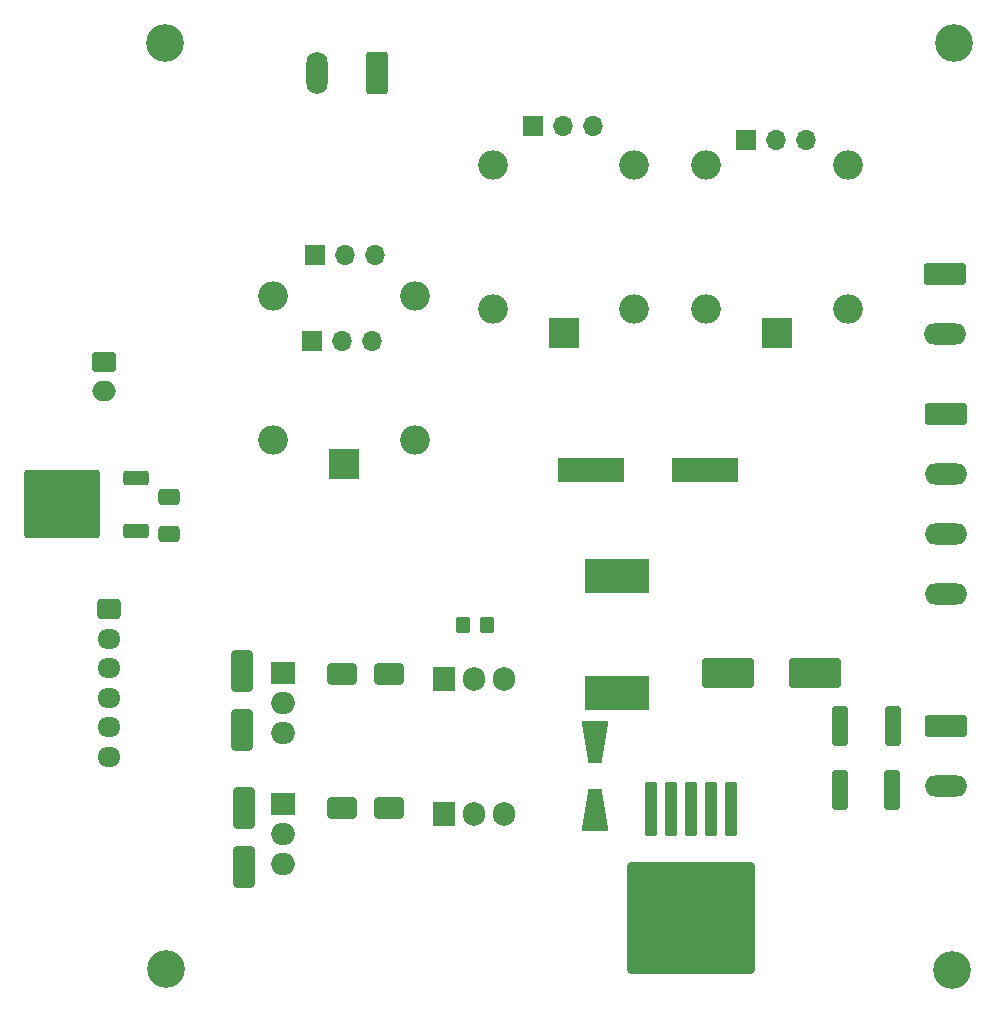
<source format=gbr>
G04 #@! TF.GenerationSoftware,KiCad,Pcbnew,7.0.9*
G04 #@! TF.CreationDate,2024-03-04T19:45:03+05:30*
G04 #@! TF.ProjectId,Chg_Dschg Controller,4368675f-4473-4636-9867-20436f6e7472,rev?*
G04 #@! TF.SameCoordinates,Original*
G04 #@! TF.FileFunction,Soldermask,Top*
G04 #@! TF.FilePolarity,Negative*
%FSLAX45Y45*%
G04 Gerber Fmt 4.5, Leading zero omitted, Abs format (unit mm)*
G04 Created by KiCad (PCBNEW 7.0.9) date 2024-03-04 19:45:03*
%MOMM*%
%LPD*%
G01*
G04 APERTURE LIST*
G04 Aperture macros list*
%AMRoundRect*
0 Rectangle with rounded corners*
0 $1 Rounding radius*
0 $2 $3 $4 $5 $6 $7 $8 $9 X,Y pos of 4 corners*
0 Add a 4 corners polygon primitive as box body*
4,1,4,$2,$3,$4,$5,$6,$7,$8,$9,$2,$3,0*
0 Add four circle primitives for the rounded corners*
1,1,$1+$1,$2,$3*
1,1,$1+$1,$4,$5*
1,1,$1+$1,$6,$7*
1,1,$1+$1,$8,$9*
0 Add four rect primitives between the rounded corners*
20,1,$1+$1,$2,$3,$4,$5,0*
20,1,$1+$1,$4,$5,$6,$7,0*
20,1,$1+$1,$6,$7,$8,$9,0*
20,1,$1+$1,$8,$9,$2,$3,0*%
%AMOutline4P*
0 Free polygon, 4 corners , with rotation*
0 The origin of the aperture is its center*
0 number of corners: always 4*
0 $1 to $8 corner X, Y*
0 $9 Rotation angle, in degrees counterclockwise*
0 create outline with 4 corners*
4,1,4,$1,$2,$3,$4,$5,$6,$7,$8,$1,$2,$9*%
G04 Aperture macros list end*
%ADD10C,3.200000*%
%ADD11R,2.500000X2.500000*%
%ADD12O,2.500000X2.500000*%
%ADD13R,5.400000X2.900000*%
%ADD14RoundRect,0.250000X0.400000X1.450000X-0.400000X1.450000X-0.400000X-1.450000X0.400000X-1.450000X0*%
%ADD15RoundRect,0.250000X-1.550000X0.650000X-1.550000X-0.650000X1.550000X-0.650000X1.550000X0.650000X0*%
%ADD16O,3.600000X1.800000*%
%ADD17RoundRect,0.250000X1.000000X0.650000X-1.000000X0.650000X-1.000000X-0.650000X1.000000X-0.650000X0*%
%ADD18RoundRect,0.250000X-0.650000X1.500000X-0.650000X-1.500000X0.650000X-1.500000X0.650000X1.500000X0*%
%ADD19RoundRect,0.250000X-0.750000X0.600000X-0.750000X-0.600000X0.750000X-0.600000X0.750000X0.600000X0*%
%ADD20O,2.000000X1.700000*%
%ADD21R,5.700000X2.000000*%
%ADD22R,1.905000X2.000000*%
%ADD23O,1.905000X2.000000*%
%ADD24RoundRect,0.250000X-0.300000X2.050000X-0.300000X-2.050000X0.300000X-2.050000X0.300000X2.050000X0*%
%ADD25RoundRect,0.250002X-5.149998X4.449998X-5.149998X-4.449998X5.149998X-4.449998X5.149998X4.449998X0*%
%ADD26RoundRect,0.250000X0.850000X0.350000X-0.850000X0.350000X-0.850000X-0.350000X0.850000X-0.350000X0*%
%ADD27RoundRect,0.249997X2.950003X2.650003X-2.950003X2.650003X-2.950003X-2.650003X2.950003X-2.650003X0*%
%ADD28RoundRect,0.250000X0.650000X1.550000X-0.650000X1.550000X-0.650000X-1.550000X0.650000X-1.550000X0*%
%ADD29O,1.800000X3.600000*%
%ADD30R,2.000000X1.905000*%
%ADD31O,2.000000X1.905000*%
%ADD32RoundRect,0.250000X1.950000X1.000000X-1.950000X1.000000X-1.950000X-1.000000X1.950000X-1.000000X0*%
%ADD33RoundRect,0.250000X0.350000X0.450000X-0.350000X0.450000X-0.350000X-0.450000X0.350000X-0.450000X0*%
%ADD34RoundRect,0.250000X0.650000X-0.412500X0.650000X0.412500X-0.650000X0.412500X-0.650000X-0.412500X0*%
%ADD35RoundRect,0.250000X-0.725000X0.600000X-0.725000X-0.600000X0.725000X-0.600000X0.725000X0.600000X0*%
%ADD36O,1.950000X1.700000*%
%ADD37Outline4P,-1.800000X-1.150000X1.800000X-0.550000X1.800000X0.550000X-1.800000X1.150000X270.000000*%
%ADD38Outline4P,-1.800000X-1.150000X1.800000X-0.550000X1.800000X0.550000X-1.800000X1.150000X90.000000*%
%ADD39R,1.700000X1.700000*%
%ADD40O,1.700000X1.700000*%
G04 APERTURE END LIST*
D10*
G04 #@! TO.C,H1*
X4856300Y-2915000D03*
G04 #@! TD*
D11*
G04 #@! TO.C,K2*
X10040000Y-5367750D03*
D12*
X10640000Y-5167750D03*
X10640000Y-3947750D03*
X9440000Y-3947750D03*
X9440000Y-5167750D03*
G04 #@! TD*
D13*
G04 #@! TO.C,L1*
X8685000Y-8420000D03*
X8685000Y-7430000D03*
G04 #@! TD*
D14*
G04 #@! TO.C,F2*
X11017500Y-9240000D03*
X10572500Y-9240000D03*
G04 #@! TD*
D15*
G04 #@! TO.C,J4*
X11470750Y-8692750D03*
D16*
X11470750Y-9200750D03*
G04 #@! TD*
D17*
G04 #@! TO.C,D6*
X6760000Y-8255000D03*
X6360000Y-8255000D03*
G04 #@! TD*
D15*
G04 #@! TO.C,J3*
X11460750Y-4872750D03*
D16*
X11460750Y-5380750D03*
G04 #@! TD*
D10*
G04 #@! TO.C,H2*
X11536600Y-2915000D03*
G04 #@! TD*
G04 #@! TO.C,H4*
X11525000Y-10761660D03*
G04 #@! TD*
D18*
G04 #@! TO.C,D10*
X5525000Y-9390000D03*
X5525000Y-9890000D03*
G04 #@! TD*
D19*
G04 #@! TO.C,J2*
X4340000Y-5610000D03*
D20*
X4340000Y-5860000D03*
G04 #@! TD*
D14*
G04 #@! TO.C,F1*
X11020000Y-8700000D03*
X10575000Y-8700000D03*
G04 #@! TD*
D21*
G04 #@! TO.C,C2*
X8465000Y-6530000D03*
X9435000Y-6530000D03*
G04 #@! TD*
D15*
G04 #@! TO.C,J10*
X11470000Y-6055000D03*
D16*
X11470000Y-6563000D03*
X11470000Y-7071000D03*
X11470000Y-7579000D03*
G04 #@! TD*
D17*
G04 #@! TO.C,D5*
X6760000Y-9390000D03*
X6360000Y-9390000D03*
G04 #@! TD*
D22*
G04 #@! TO.C,Q2*
X7221000Y-8294500D03*
D23*
X7475000Y-8294500D03*
X7729000Y-8294500D03*
G04 #@! TD*
D24*
G04 #@! TO.C,U2*
X9652500Y-9402500D03*
X9482500Y-9402500D03*
X9312500Y-9402500D03*
D25*
X9312500Y-10317500D03*
D24*
X9142500Y-9402500D03*
X8972500Y-9402500D03*
G04 #@! TD*
D26*
G04 #@! TO.C,U3*
X4614000Y-7048000D03*
D27*
X3984000Y-6820000D03*
D26*
X4614000Y-6592000D03*
G04 #@! TD*
D11*
G04 #@! TO.C,K1*
X6375000Y-6477750D03*
D12*
X6975000Y-6277750D03*
X6975000Y-5057750D03*
X5775000Y-5057750D03*
X5775000Y-6277750D03*
G04 #@! TD*
D28*
G04 #@! TO.C,J5*
X6652250Y-3169250D03*
D29*
X6144250Y-3169250D03*
G04 #@! TD*
D30*
G04 #@! TO.C,Q1*
X5855500Y-9356000D03*
D31*
X5855500Y-9610000D03*
X5855500Y-9864000D03*
G04 #@! TD*
D32*
G04 #@! TO.C,C1*
X10365000Y-8250000D03*
X9625000Y-8250000D03*
G04 #@! TD*
D33*
G04 #@! TO.C,R4*
X7585000Y-7840000D03*
X7385000Y-7840000D03*
G04 #@! TD*
D18*
G04 #@! TO.C,D11*
X5515000Y-8230000D03*
X5515000Y-8730000D03*
G04 #@! TD*
D30*
G04 #@! TO.C,Q5*
X5855500Y-8246000D03*
D31*
X5855500Y-8500000D03*
X5855500Y-8754000D03*
G04 #@! TD*
D34*
G04 #@! TO.C,C3*
X4890000Y-7066250D03*
X4890000Y-6753750D03*
G04 #@! TD*
D22*
G04 #@! TO.C,Q3*
X7226000Y-9439500D03*
D23*
X7480000Y-9439500D03*
X7734000Y-9439500D03*
G04 #@! TD*
D35*
G04 #@! TO.C,J1*
X4383900Y-7705200D03*
D36*
X4383900Y-7955200D03*
X4383900Y-8205200D03*
X4383900Y-8455200D03*
X4383900Y-8705200D03*
X4383900Y-8955200D03*
G04 #@! TD*
D10*
G04 #@! TO.C,H3*
X4870000Y-10750000D03*
G04 #@! TD*
D11*
G04 #@! TO.C,K3*
X8235000Y-5367750D03*
D12*
X8835000Y-5167750D03*
X8835000Y-3947750D03*
X7635000Y-3947750D03*
X7635000Y-5167750D03*
G04 #@! TD*
D37*
G04 #@! TO.C,D2*
X8505000Y-8830000D03*
D38*
X8505000Y-9410000D03*
G04 #@! TD*
D39*
G04 #@! TO.C,J6*
X6132500Y-4710000D03*
D40*
X6386500Y-4710000D03*
X6640500Y-4710000D03*
G04 #@! TD*
D39*
G04 #@! TO.C,J7*
X6102500Y-5435000D03*
D40*
X6356500Y-5435000D03*
X6610500Y-5435000D03*
G04 #@! TD*
D39*
G04 #@! TO.C,J8*
X9782500Y-3735000D03*
D40*
X10036500Y-3735000D03*
X10290500Y-3735000D03*
G04 #@! TD*
D39*
G04 #@! TO.C,J9*
X7975000Y-3620000D03*
D40*
X8229000Y-3620000D03*
X8483000Y-3620000D03*
G04 #@! TD*
M02*

</source>
